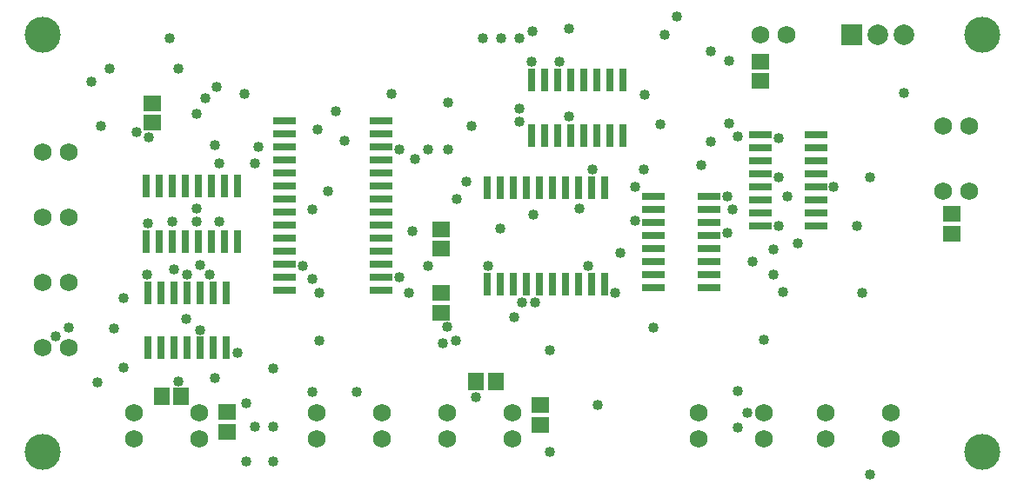
<source format=gbr>
G04 DipTrace 2.2.0.9*
%INBottomMask.gbr*%
%MOIN*%
%ADD24C,0.04*%
%ADD26C,0.1378*%
%ADD31R,0.0867X0.0316*%
%ADD33C,0.0789*%
%ADD35R,0.0789X0.0789*%
%ADD37R,0.0316X0.0867*%
%ADD41C,0.068*%
%ADD43R,0.0592X0.0671*%
%ADD45R,0.0671X0.0592*%
%FSLAX44Y44*%
%SFA1B1*%
%OFA0B0*%
G04*
G70*
G90*
G75*
G01*
%LNBotMask*%
%LPD*%
D24*
X8188Y10173D3*
X33990Y15256D3*
X23727Y18599D3*
X9038Y17705D3*
X20973Y17056D3*
X34376Y13443D3*
X9438Y12249D3*
X38440Y19196D3*
X20220Y12572D3*
X31871Y14745D3*
X10640Y8155D3*
X30691Y16440D3*
X27395Y11529D3*
X20973Y18849D3*
X9473Y14218D3*
X12130Y19457D3*
X9503Y17505D3*
X31671Y15256D3*
X16669Y18495D3*
X22527Y12572D3*
X17019Y17375D3*
X23727Y18099D3*
X28507Y19142D3*
X27595Y13072D3*
X29290Y21440D3*
X12055Y17219D3*
X7535Y8094D3*
X5940Y9864D3*
X20205Y17025D3*
X8538Y11346D3*
X11355Y14285D3*
X19620Y13899D3*
X32071Y17542D3*
X11499Y12617D3*
X13725Y17149D3*
X26031Y14774D3*
X11685Y18995D3*
X28142Y14295D3*
X19705Y16675D3*
X28142Y15595D3*
X32440Y6940D3*
X32644Y12745D3*
X33439Y13193D3*
Y12245D3*
X33821Y11583D3*
X36846Y11529D3*
X15419Y12585D3*
X37166Y4590D3*
X33640Y15974D3*
X37166D3*
X32071Y7764D3*
X28857Y10216D3*
X25608Y18299D3*
Y21689D3*
X24227Y21579D3*
X22327Y21323D3*
X10305D3*
X7668Y17927D3*
X25258Y20400D3*
X8018Y20157D3*
X10655D3*
X23027Y21323D3*
X23727D3*
X29132Y18024D3*
X29735Y22129D3*
X24882Y9347D3*
Y5440D3*
X16040Y9699D3*
Y11529D3*
X23512Y10615D3*
X20947Y10225D3*
X21297Y9694D3*
X23827Y11185D3*
X19470Y11529D3*
X24327Y11185D3*
X19120Y12149D3*
X14294Y6417D3*
X13594D3*
X10945Y10548D3*
X10999Y12249D3*
X8538Y8688D3*
X6440Y10218D3*
X10499Y12449D3*
X26714Y7238D3*
X24245Y14542D3*
X26364Y12572D3*
X32071Y6390D3*
X7318Y19639D3*
X11853Y12249D3*
X10405Y14285D3*
X13189Y19167D3*
X18806D3*
X12207Y14285D3*
X12917Y9244D3*
X15769Y14742D3*
Y12085D3*
X14294Y8640D3*
X21873Y17949D3*
X22052Y7540D3*
X20797Y9602D3*
X15975Y17795D3*
X11355Y18417D3*
Y14785D3*
X11499Y10123D3*
X12040Y8290D3*
X14294Y5090D3*
X13244D3*
Y7315D3*
X16390Y15437D3*
X19120Y17025D3*
X22977Y13997D3*
X12207Y16519D3*
X13573D3*
X24186Y20400D3*
X21323Y15142D3*
X17490Y7740D3*
X15790D3*
X21673Y15823D3*
X26519Y16273D3*
X28492D3*
X31041Y17356D3*
Y20800D3*
X36666Y14124D3*
X33640D3*
X35766Y15624D3*
X33640Y17474D3*
X31741Y18042D3*
Y20450D3*
X31684Y13856D3*
X33089Y9737D3*
D45*
X32956Y19674D3*
Y20422D3*
X12520Y6965D3*
Y6217D3*
X40288Y13824D3*
Y14572D3*
X24532Y7238D3*
Y6490D3*
D43*
X10002Y7560D3*
X10750D3*
D41*
X32940Y21440D3*
X33940D3*
D26*
X5440Y5440D3*
Y21440D3*
X41440D3*
Y5440D3*
D41*
X8940Y5940D3*
Y6940D3*
X37940D3*
Y5940D3*
X35440Y6940D3*
Y5940D3*
X33073Y6940D3*
Y5940D3*
X30573Y6940D3*
Y5940D3*
X40940Y17940D3*
X39940D3*
X40940Y15440D3*
X39940D3*
D45*
X20710Y13238D3*
Y13986D3*
Y10781D3*
Y11529D3*
X9634Y18074D3*
Y18822D3*
D43*
X22800Y8152D3*
X22052D3*
D41*
X11440Y5940D3*
Y6940D3*
X6440Y9440D3*
X5440D3*
X6440Y11940D3*
X5440D3*
X6440Y14440D3*
X5440D3*
X6440Y16940D3*
X5440D3*
D37*
X9499Y11555D3*
X9999D3*
X10499D3*
X10999D3*
X11499D3*
X11999D3*
X12499D3*
Y9429D3*
X11999D3*
X11499D3*
X10999D3*
X10499D3*
X9999D3*
X9499D3*
D35*
X36440Y21440D3*
D33*
X38440D3*
X37440D3*
D31*
X18426Y18149D3*
Y17649D3*
Y17149D3*
Y16649D3*
Y16149D3*
Y15649D3*
Y15149D3*
Y14649D3*
Y14149D3*
Y13649D3*
Y13149D3*
Y12649D3*
Y12149D3*
Y11649D3*
X14726D3*
Y12149D3*
Y12649D3*
Y13149D3*
Y13649D3*
Y14149D3*
Y14649D3*
Y15149D3*
Y15649D3*
Y16149D3*
Y16649D3*
Y17149D3*
Y17649D3*
Y18149D3*
D37*
X9405Y15650D3*
X9905D3*
X10405D3*
X10905D3*
X11405D3*
X11905D3*
X12405D3*
X12905D3*
Y13524D3*
X12405D3*
X11905D3*
X11405D3*
X10905D3*
X10405D3*
X9905D3*
X9405D3*
X22477Y15579D3*
X22977D3*
X23477D3*
X23977D3*
X24477D3*
X24977D3*
X25477D3*
X25977D3*
X26477D3*
X26977D3*
Y11879D3*
X26477D3*
X25977D3*
X25477D3*
X24977D3*
X24477D3*
X23977D3*
X23477D3*
X22977D3*
X22477D3*
D31*
X30977Y15245D3*
Y14745D3*
Y14245D3*
Y13745D3*
Y13245D3*
Y12745D3*
Y12245D3*
Y11745D3*
X28851D3*
Y12245D3*
Y12745D3*
Y13245D3*
Y13745D3*
Y14245D3*
Y14745D3*
Y15245D3*
D37*
X24186Y19706D3*
X24686D3*
X25186D3*
X25686D3*
X26186D3*
X26686D3*
X27186D3*
X27686D3*
Y17580D3*
X27186D3*
X26686D3*
X26186D3*
X25686D3*
X25186D3*
X24686D3*
X24186D3*
D31*
X32946Y14124D3*
Y14624D3*
Y15124D3*
Y15624D3*
Y16124D3*
Y16624D3*
Y17124D3*
Y17624D3*
X35072D3*
Y17124D3*
Y16624D3*
Y16124D3*
Y15624D3*
Y15124D3*
Y14624D3*
Y14124D3*
D41*
X23440Y6940D3*
Y5940D3*
X20940Y6940D3*
Y5940D3*
X18440Y6940D3*
Y5940D3*
X15940Y6940D3*
Y5940D3*
M02*

</source>
